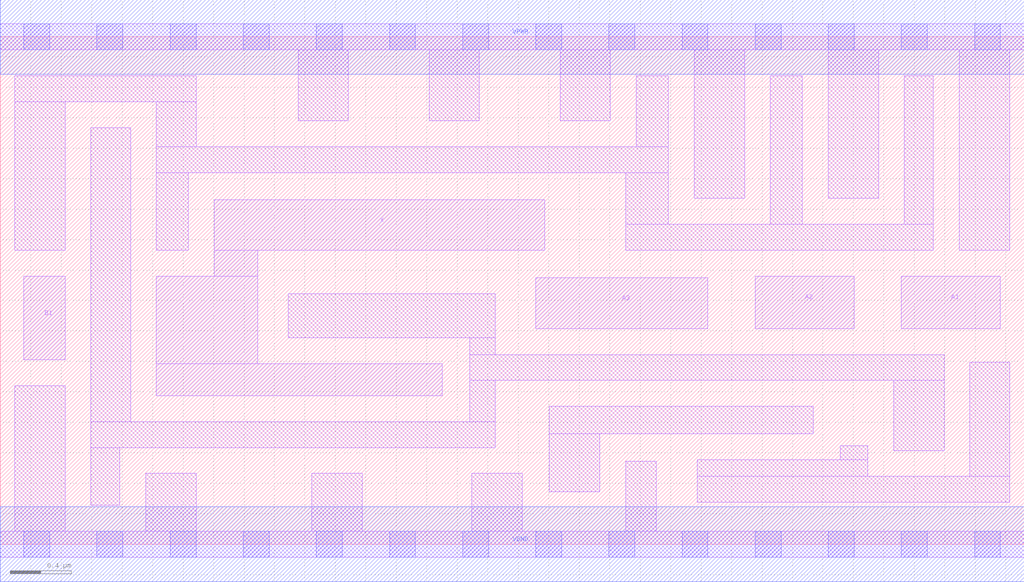
<source format=lef>
# Copyright 2020 The SkyWater PDK Authors
#
# Licensed under the Apache License, Version 2.0 (the "License");
# you may not use this file except in compliance with the License.
# You may obtain a copy of the License at
#
#     https://www.apache.org/licenses/LICENSE-2.0
#
# Unless required by applicable law or agreed to in writing, software
# distributed under the License is distributed on an "AS IS" BASIS,
# WITHOUT WARRANTIES OR CONDITIONS OF ANY KIND, either express or implied.
# See the License for the specific language governing permissions and
# limitations under the License.
#
# SPDX-License-Identifier: Apache-2.0

VERSION 5.7 ;
  NAMESCASESENSITIVE ON ;
  NOWIREEXTENSIONATPIN ON ;
  DIVIDERCHAR "/" ;
  BUSBITCHARS "[]" ;
UNITS
  DATABASE MICRONS 200 ;
END UNITS
MACRO sky130_fd_sc_lp__a31o_4
  CLASS CORE ;
  SOURCE USER ;
  FOREIGN sky130_fd_sc_lp__a31o_4 ;
  ORIGIN  0.000000  0.000000 ;
  SIZE  6.720000 BY  3.330000 ;
  SYMMETRY X Y R90 ;
  SITE unit ;
  PIN A1
    ANTENNAGATEAREA  0.630000 ;
    DIRECTION INPUT ;
    USE SIGNAL ;
    PORT
      LAYER li1 ;
        RECT 5.915000 1.415000 6.565000 1.760000 ;
    END
  END A1
  PIN A2
    ANTENNAGATEAREA  0.630000 ;
    DIRECTION INPUT ;
    USE SIGNAL ;
    PORT
      LAYER li1 ;
        RECT 4.955000 1.415000 5.605000 1.760000 ;
    END
  END A2
  PIN A3
    ANTENNAGATEAREA  0.630000 ;
    DIRECTION INPUT ;
    USE SIGNAL ;
    PORT
      LAYER li1 ;
        RECT 3.515000 1.415000 4.645000 1.750000 ;
    END
  END A3
  PIN B1
    ANTENNAGATEAREA  0.630000 ;
    DIRECTION INPUT ;
    USE SIGNAL ;
    PORT
      LAYER li1 ;
        RECT 0.155000 1.210000 0.425000 1.760000 ;
    END
  END B1
  PIN X
    ANTENNADIFFAREA  1.593200 ;
    DIRECTION OUTPUT ;
    USE SIGNAL ;
    PORT
      LAYER li1 ;
        RECT 1.025000 0.975000 2.900000 1.185000 ;
        RECT 1.025000 1.185000 1.690000 1.760000 ;
        RECT 1.405000 1.760000 1.690000 1.930000 ;
        RECT 1.405000 1.930000 3.575000 2.260000 ;
    END
  END X
  PIN VGND
    DIRECTION INOUT ;
    USE GROUND ;
    PORT
      LAYER met1 ;
        RECT 0.000000 -0.245000 6.720000 0.245000 ;
    END
  END VGND
  PIN VPWR
    DIRECTION INOUT ;
    USE POWER ;
    PORT
      LAYER met1 ;
        RECT 0.000000 3.085000 6.720000 3.575000 ;
    END
  END VPWR
  OBS
    LAYER li1 ;
      RECT 0.000000 -0.085000 6.720000 0.085000 ;
      RECT 0.000000  3.245000 6.720000 3.415000 ;
      RECT 0.095000  0.085000 0.425000 1.040000 ;
      RECT 0.095000  1.930000 0.425000 2.905000 ;
      RECT 0.095000  2.905000 1.285000 3.075000 ;
      RECT 0.595000  0.255000 0.785000 0.635000 ;
      RECT 0.595000  0.635000 3.250000 0.805000 ;
      RECT 0.595000  0.805000 0.855000 2.735000 ;
      RECT 0.955000  0.085000 1.285000 0.465000 ;
      RECT 1.025000  1.930000 1.235000 2.440000 ;
      RECT 1.025000  2.440000 4.385000 2.610000 ;
      RECT 1.025000  2.610000 1.285000 2.905000 ;
      RECT 1.890000  1.355000 3.250000 1.645000 ;
      RECT 1.955000  2.780000 2.285000 3.245000 ;
      RECT 2.045000  0.085000 2.375000 0.465000 ;
      RECT 2.815000  2.780000 3.145000 3.245000 ;
      RECT 3.080000  0.805000 3.250000 1.075000 ;
      RECT 3.080000  1.075000 6.195000 1.245000 ;
      RECT 3.080000  1.245000 3.250000 1.355000 ;
      RECT 3.095000  0.085000 3.425000 0.465000 ;
      RECT 3.605000  0.345000 3.935000 0.725000 ;
      RECT 3.605000  0.725000 5.335000 0.905000 ;
      RECT 3.675000  2.780000 4.005000 3.245000 ;
      RECT 4.105000  0.085000 4.305000 0.545000 ;
      RECT 4.105000  1.930000 6.125000 2.100000 ;
      RECT 4.105000  2.100000 4.385000 2.440000 ;
      RECT 4.175000  2.610000 4.385000 3.075000 ;
      RECT 4.555000  2.270000 4.885000 3.245000 ;
      RECT 4.575000  0.275000 6.625000 0.445000 ;
      RECT 4.575000  0.445000 5.695000 0.555000 ;
      RECT 5.055000  2.100000 5.265000 3.075000 ;
      RECT 5.435000  2.270000 5.765000 3.245000 ;
      RECT 5.515000  0.555000 5.695000 0.645000 ;
      RECT 5.865000  0.615000 6.195000 1.075000 ;
      RECT 5.935000  2.100000 6.125000 3.075000 ;
      RECT 6.295000  1.930000 6.625000 3.245000 ;
      RECT 6.365000  0.445000 6.625000 1.195000 ;
    LAYER mcon ;
      RECT 0.155000 -0.085000 0.325000 0.085000 ;
      RECT 0.155000  3.245000 0.325000 3.415000 ;
      RECT 0.635000 -0.085000 0.805000 0.085000 ;
      RECT 0.635000  3.245000 0.805000 3.415000 ;
      RECT 1.115000 -0.085000 1.285000 0.085000 ;
      RECT 1.115000  3.245000 1.285000 3.415000 ;
      RECT 1.595000 -0.085000 1.765000 0.085000 ;
      RECT 1.595000  3.245000 1.765000 3.415000 ;
      RECT 2.075000 -0.085000 2.245000 0.085000 ;
      RECT 2.075000  3.245000 2.245000 3.415000 ;
      RECT 2.555000 -0.085000 2.725000 0.085000 ;
      RECT 2.555000  3.245000 2.725000 3.415000 ;
      RECT 3.035000 -0.085000 3.205000 0.085000 ;
      RECT 3.035000  3.245000 3.205000 3.415000 ;
      RECT 3.515000 -0.085000 3.685000 0.085000 ;
      RECT 3.515000  3.245000 3.685000 3.415000 ;
      RECT 3.995000 -0.085000 4.165000 0.085000 ;
      RECT 3.995000  3.245000 4.165000 3.415000 ;
      RECT 4.475000 -0.085000 4.645000 0.085000 ;
      RECT 4.475000  3.245000 4.645000 3.415000 ;
      RECT 4.955000 -0.085000 5.125000 0.085000 ;
      RECT 4.955000  3.245000 5.125000 3.415000 ;
      RECT 5.435000 -0.085000 5.605000 0.085000 ;
      RECT 5.435000  3.245000 5.605000 3.415000 ;
      RECT 5.915000 -0.085000 6.085000 0.085000 ;
      RECT 5.915000  3.245000 6.085000 3.415000 ;
      RECT 6.395000 -0.085000 6.565000 0.085000 ;
      RECT 6.395000  3.245000 6.565000 3.415000 ;
  END
END sky130_fd_sc_lp__a31o_4

</source>
